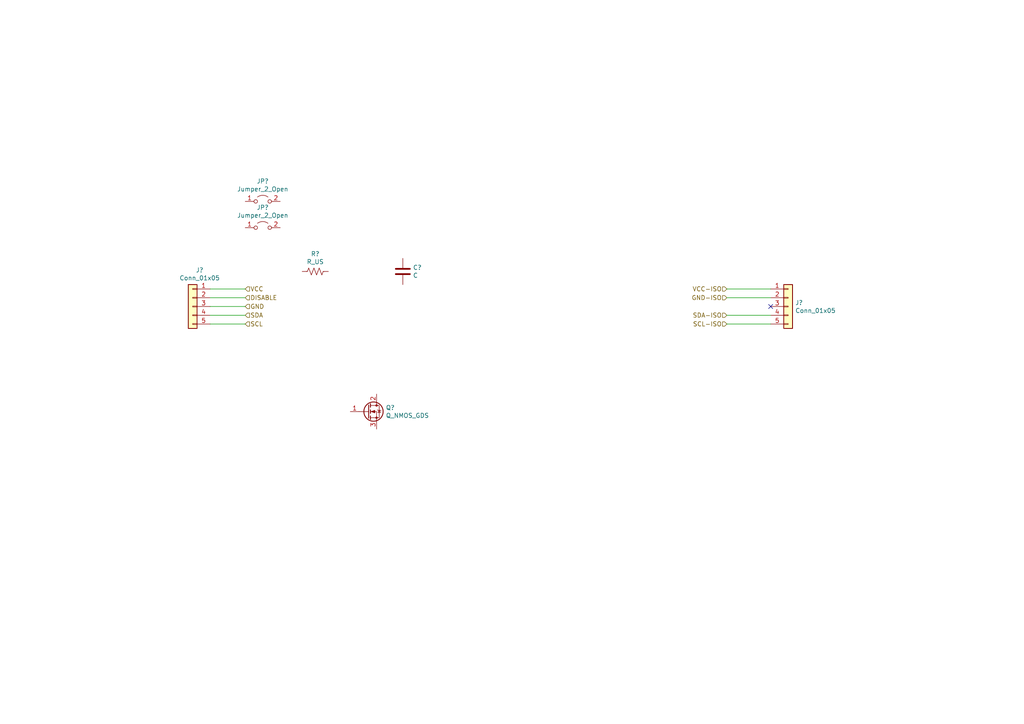
<source format=kicad_sch>
(kicad_sch (version 20200828) (generator eeschema)

  (page 0 5)

  (paper "A4")

  (lib_symbols
    (symbol "Connector_Generic:Conn_01x05" (pin_names (offset 1.016) hide) (in_bom yes) (on_board yes)
      (property "Reference" "J" (id 0) (at 0 7.62 0)
        (effects (font (size 1.27 1.27)))
      )
      (property "Value" "Conn_01x05" (id 1) (at 0 -7.62 0)
        (effects (font (size 1.27 1.27)))
      )
      (property "Footprint" "" (id 2) (at 0 0 0)
        (effects (font (size 1.27 1.27)) hide)
      )
      (property "Datasheet" "~" (id 3) (at 0 0 0)
        (effects (font (size 1.27 1.27)) hide)
      )
      (property "ki_keywords" "connector" (id 4) (at 0 0 0)
        (effects (font (size 1.27 1.27)) hide)
      )
      (property "ki_description" "Generic connector, single row, 01x05, script generated (kicad-library-utils/schlib/autogen/connector/)" (id 5) (at 0 0 0)
        (effects (font (size 1.27 1.27)) hide)
      )
      (property "ki_fp_filters" "Connector*:*_1x??_*" (id 6) (at 0 0 0)
        (effects (font (size 1.27 1.27)) hide)
      )
      (symbol "Conn_01x05_1_1"
        (rectangle (start -1.27 -4.953) (end 0 -5.207)
          (stroke (width 0.1524)) (fill (type none))
        )
        (rectangle (start -1.27 -2.413) (end 0 -2.667)
          (stroke (width 0.1524)) (fill (type none))
        )
        (rectangle (start -1.27 2.667) (end 0 2.413)
          (stroke (width 0.1524)) (fill (type none))
        )
        (rectangle (start -1.27 5.207) (end 0 4.953)
          (stroke (width 0.1524)) (fill (type none))
        )
        (rectangle (start -1.27 6.35) (end 1.27 -6.35)
          (stroke (width 0.254)) (fill (type background))
        )
        (rectangle (start -1.27 0.127) (end 0 -0.127)
          (stroke (width 0.1524)) (fill (type none))
        )
        (pin passive line (at -5.08 5.08 0) (length 3.81)
          (name "Pin_1" (effects (font (size 1.27 1.27))))
          (number "1" (effects (font (size 1.27 1.27))))
        )
        (pin passive line (at -5.08 2.54 0) (length 3.81)
          (name "Pin_2" (effects (font (size 1.27 1.27))))
          (number "2" (effects (font (size 1.27 1.27))))
        )
        (pin passive line (at -5.08 0 0) (length 3.81)
          (name "Pin_3" (effects (font (size 1.27 1.27))))
          (number "3" (effects (font (size 1.27 1.27))))
        )
        (pin passive line (at -5.08 -2.54 0) (length 3.81)
          (name "Pin_4" (effects (font (size 1.27 1.27))))
          (number "4" (effects (font (size 1.27 1.27))))
        )
        (pin passive line (at -5.08 -5.08 0) (length 3.81)
          (name "Pin_5" (effects (font (size 1.27 1.27))))
          (number "5" (effects (font (size 1.27 1.27))))
        )
      )
    )
    (symbol "Device:C" (pin_numbers hide) (pin_names (offset 0.254)) (in_bom yes) (on_board yes)
      (property "Reference" "C" (id 0) (at 0.635 2.54 0)
        (effects (font (size 1.27 1.27)) (justify left))
      )
      (property "Value" "C" (id 1) (at 0.635 -2.54 0)
        (effects (font (size 1.27 1.27)) (justify left))
      )
      (property "Footprint" "" (id 2) (at 0.9652 -3.81 0)
        (effects (font (size 1.27 1.27)) hide)
      )
      (property "Datasheet" "~" (id 3) (at 0 0 0)
        (effects (font (size 1.27 1.27)) hide)
      )
      (property "ki_keywords" "cap capacitor" (id 4) (at 0 0 0)
        (effects (font (size 1.27 1.27)) hide)
      )
      (property "ki_description" "Unpolarized capacitor" (id 5) (at 0 0 0)
        (effects (font (size 1.27 1.27)) hide)
      )
      (property "ki_fp_filters" "C_*" (id 6) (at 0 0 0)
        (effects (font (size 1.27 1.27)) hide)
      )
      (symbol "C_0_1"
        (polyline
          (pts
            (xy -2.032 -0.762)
            (xy 2.032 -0.762)
          )
          (stroke (width 0.508)) (fill (type none))
        )
        (polyline
          (pts
            (xy -2.032 0.762)
            (xy 2.032 0.762)
          )
          (stroke (width 0.508)) (fill (type none))
        )
      )
      (symbol "C_1_1"
        (pin passive line (at 0 3.81 270) (length 2.794)
          (name "~" (effects (font (size 1.27 1.27))))
          (number "1" (effects (font (size 1.27 1.27))))
        )
        (pin passive line (at 0 -3.81 90) (length 2.794)
          (name "~" (effects (font (size 1.27 1.27))))
          (number "2" (effects (font (size 1.27 1.27))))
        )
      )
    )
    (symbol "Device:Q_NMOS_GDS" (pin_names (offset 0) hide) (in_bom yes) (on_board yes)
      (property "Reference" "Q" (id 0) (at 5.08 1.27 0)
        (effects (font (size 1.27 1.27)) (justify left))
      )
      (property "Value" "Q_NMOS_GDS" (id 1) (at 5.08 -1.27 0)
        (effects (font (size 1.27 1.27)) (justify left))
      )
      (property "Footprint" "" (id 2) (at 5.08 2.54 0)
        (effects (font (size 1.27 1.27)) hide)
      )
      (property "Datasheet" "~" (id 3) (at 0 0 0)
        (effects (font (size 1.27 1.27)) hide)
      )
      (property "ki_keywords" "transistor NMOS N-MOS N-MOSFET" (id 4) (at 0 0 0)
        (effects (font (size 1.27 1.27)) hide)
      )
      (property "ki_description" "N-MOSFET transistor, gate/drain/source" (id 5) (at 0 0 0)
        (effects (font (size 1.27 1.27)) hide)
      )
      (symbol "Q_NMOS_GDS_0_1"
        (circle (center 1.651 0) (radius 2.794) (stroke (width 0.254)) (fill (type none)))
        (circle (center 2.54 -1.778) (radius 0.254) (stroke (width 0)) (fill (type outline)))
        (circle (center 2.54 1.778) (radius 0.254) (stroke (width 0)) (fill (type outline)))
        (polyline
          (pts
            (xy 0.254 0)
            (xy -2.54 0)
          )
          (stroke (width 0)) (fill (type none))
        )
        (polyline
          (pts
            (xy 0.254 1.905)
            (xy 0.254 -1.905)
          )
          (stroke (width 0.254)) (fill (type none))
        )
        (polyline
          (pts
            (xy 0.762 -1.27)
            (xy 0.762 -2.286)
          )
          (stroke (width 0.254)) (fill (type none))
        )
        (polyline
          (pts
            (xy 0.762 0.508)
            (xy 0.762 -0.508)
          )
          (stroke (width 0.254)) (fill (type none))
        )
        (polyline
          (pts
            (xy 0.762 2.286)
            (xy 0.762 1.27)
          )
          (stroke (width 0.254)) (fill (type none))
        )
        (polyline
          (pts
            (xy 2.54 2.54)
            (xy 2.54 1.778)
          )
          (stroke (width 0)) (fill (type none))
        )
        (polyline
          (pts
            (xy 2.54 -2.54)
            (xy 2.54 0)
            (xy 0.762 0)
          )
          (stroke (width 0)) (fill (type none))
        )
        (polyline
          (pts
            (xy 0.762 -1.778)
            (xy 3.302 -1.778)
            (xy 3.302 1.778)
            (xy 0.762 1.778)
          )
          (stroke (width 0)) (fill (type none))
        )
        (polyline
          (pts
            (xy 1.016 0)
            (xy 2.032 0.381)
            (xy 2.032 -0.381)
            (xy 1.016 0)
          )
          (stroke (width 0)) (fill (type outline))
        )
        (polyline
          (pts
            (xy 2.794 0.508)
            (xy 2.921 0.381)
            (xy 3.683 0.381)
            (xy 3.81 0.254)
          )
          (stroke (width 0)) (fill (type none))
        )
        (polyline
          (pts
            (xy 3.302 0.381)
            (xy 2.921 -0.254)
            (xy 3.683 -0.254)
            (xy 3.302 0.381)
          )
          (stroke (width 0)) (fill (type none))
        )
      )
      (symbol "Q_NMOS_GDS_1_1"
        (pin input line (at -5.08 0 0) (length 2.54)
          (name "G" (effects (font (size 1.27 1.27))))
          (number "1" (effects (font (size 1.27 1.27))))
        )
        (pin passive line (at 2.54 5.08 270) (length 2.54)
          (name "D" (effects (font (size 1.27 1.27))))
          (number "2" (effects (font (size 1.27 1.27))))
        )
        (pin passive line (at 2.54 -5.08 90) (length 2.54)
          (name "S" (effects (font (size 1.27 1.27))))
          (number "3" (effects (font (size 1.27 1.27))))
        )
      )
    )
    (symbol "Device:R_US" (pin_numbers hide) (pin_names (offset 0)) (in_bom yes) (on_board yes)
      (property "Reference" "R" (id 0) (at 2.54 0 90)
        (effects (font (size 1.27 1.27)))
      )
      (property "Value" "R_US" (id 1) (at -2.54 0 90)
        (effects (font (size 1.27 1.27)))
      )
      (property "Footprint" "" (id 2) (at 1.016 -0.254 90)
        (effects (font (size 1.27 1.27)) hide)
      )
      (property "Datasheet" "~" (id 3) (at 0 0 0)
        (effects (font (size 1.27 1.27)) hide)
      )
      (property "ki_keywords" "R res resistor" (id 4) (at 0 0 0)
        (effects (font (size 1.27 1.27)) hide)
      )
      (property "ki_description" "Resistor, US symbol" (id 5) (at 0 0 0)
        (effects (font (size 1.27 1.27)) hide)
      )
      (property "ki_fp_filters" "R_*" (id 6) (at 0 0 0)
        (effects (font (size 1.27 1.27)) hide)
      )
      (symbol "R_US_0_1"
        (polyline
          (pts
            (xy 0 -2.286)
            (xy 0 -2.54)
          )
          (stroke (width 0)) (fill (type none))
        )
        (polyline
          (pts
            (xy 0 2.286)
            (xy 0 2.54)
          )
          (stroke (width 0)) (fill (type none))
        )
        (polyline
          (pts
            (xy 0 -0.762)
            (xy 1.016 -1.143)
            (xy 0 -1.524)
            (xy -1.016 -1.905)
            (xy 0 -2.286)
          )
          (stroke (width 0)) (fill (type none))
        )
        (polyline
          (pts
            (xy 0 0.762)
            (xy 1.016 0.381)
            (xy 0 0)
            (xy -1.016 -0.381)
            (xy 0 -0.762)
          )
          (stroke (width 0)) (fill (type none))
        )
        (polyline
          (pts
            (xy 0 2.286)
            (xy 1.016 1.905)
            (xy 0 1.524)
            (xy -1.016 1.143)
            (xy 0 0.762)
          )
          (stroke (width 0)) (fill (type none))
        )
      )
      (symbol "R_US_1_1"
        (pin passive line (at 0 3.81 270) (length 1.27)
          (name "~" (effects (font (size 1.27 1.27))))
          (number "1" (effects (font (size 1.27 1.27))))
        )
        (pin passive line (at 0 -3.81 90) (length 1.27)
          (name "~" (effects (font (size 1.27 1.27))))
          (number "2" (effects (font (size 1.27 1.27))))
        )
      )
    )
    (symbol "Jumper:Jumper_2_Open" (pin_names (offset 0) hide) (in_bom yes) (on_board yes)
      (property "Reference" "JP" (id 0) (at 0 2.794 0)
        (effects (font (size 1.27 1.27)))
      )
      (property "Value" "Jumper_2_Open" (id 1) (at 0 -2.286 0)
        (effects (font (size 1.27 1.27)))
      )
      (property "Footprint" "" (id 2) (at 0 0 0)
        (effects (font (size 1.27 1.27)) hide)
      )
      (property "Datasheet" "~" (id 3) (at 0 0 0)
        (effects (font (size 1.27 1.27)) hide)
      )
      (property "ki_keywords" "Jumper SPST" (id 4) (at 0 0 0)
        (effects (font (size 1.27 1.27)) hide)
      )
      (property "ki_description" "Jumper, 2-pole, open" (id 5) (at 0 0 0)
        (effects (font (size 1.27 1.27)) hide)
      )
      (property "ki_fp_filters" "Jumper* TestPoint*2Pads* TestPoint*Bridge*" (id 6) (at 0 0 0)
        (effects (font (size 1.27 1.27)) hide)
      )
      (symbol "Jumper_2_Open_0_1"
        (arc (start -1.524 1.27) (end 1.524 1.27) (radius (at 0 -0.762) (length 2.54) (angles 126.9 53.1))
          (stroke (width 0)) (fill (type none))
        )
      )
      (symbol "Jumper_2_Open_0_0"
        (circle (center -2.032 0) (radius 0.508) (stroke (width 0)) (fill (type none)))
        (circle (center 2.032 0) (radius 0.508) (stroke (width 0)) (fill (type none)))
      )
      (symbol "Jumper_2_Open_1_1"
        (pin passive line (at -5.08 0 0) (length 2.54)
          (name "A" (effects (font (size 1.27 1.27))))
          (number "1" (effects (font (size 1.27 1.27))))
        )
        (pin passive line (at 5.08 0 180) (length 2.54)
          (name "B" (effects (font (size 1.27 1.27))))
          (number "2" (effects (font (size 1.27 1.27))))
        )
      )
    )
  )


  (no_connect (at 223.52 88.9))

  (wire (pts (xy 60.96 83.82) (xy 71.12 83.82))
    (stroke (width 0) (type solid) (color 0 0 0 0))
  )
  (wire (pts (xy 60.96 86.36) (xy 71.12 86.36))
    (stroke (width 0) (type solid) (color 0 0 0 0))
  )
  (wire (pts (xy 60.96 88.9) (xy 71.12 88.9))
    (stroke (width 0) (type solid) (color 0 0 0 0))
  )
  (wire (pts (xy 60.96 91.44) (xy 71.12 91.44))
    (stroke (width 0) (type solid) (color 0 0 0 0))
  )
  (wire (pts (xy 60.96 93.98) (xy 71.12 93.98))
    (stroke (width 0) (type solid) (color 0 0 0 0))
  )
  (wire (pts (xy 210.82 83.82) (xy 223.52 83.82))
    (stroke (width 0) (type solid) (color 0 0 0 0))
  )
  (wire (pts (xy 210.82 86.36) (xy 223.52 86.36))
    (stroke (width 0) (type solid) (color 0 0 0 0))
  )
  (wire (pts (xy 210.82 91.44) (xy 223.52 91.44))
    (stroke (width 0) (type solid) (color 0 0 0 0))
  )
  (wire (pts (xy 210.82 93.98) (xy 223.52 93.98))
    (stroke (width 0) (type solid) (color 0 0 0 0))
  )

  (hierarchical_label "VCC" (shape input) (at 71.12 83.82 0)
    (effects (font (size 1.27 1.27)) (justify left))
  )
  (hierarchical_label "DISABLE" (shape input) (at 71.12 86.36 0)
    (effects (font (size 1.27 1.27)) (justify left))
  )
  (hierarchical_label "GND" (shape input) (at 71.12 88.9 0)
    (effects (font (size 1.27 1.27)) (justify left))
  )
  (hierarchical_label "SDA" (shape input) (at 71.12 91.44 0)
    (effects (font (size 1.27 1.27)) (justify left))
  )
  (hierarchical_label "SCL" (shape input) (at 71.12 93.98 0)
    (effects (font (size 1.27 1.27)) (justify left))
  )
  (hierarchical_label "VCC-ISO" (shape input) (at 210.82 83.82 180)
    (effects (font (size 1.27 1.27)) (justify right))
  )
  (hierarchical_label "GND-ISO" (shape input) (at 210.82 86.36 180)
    (effects (font (size 1.27 1.27)) (justify right))
  )
  (hierarchical_label "SDA-ISO" (shape input) (at 210.82 91.44 180)
    (effects (font (size 1.27 1.27)) (justify right))
  )
  (hierarchical_label "SCL-ISO" (shape input) (at 210.82 93.98 180)
    (effects (font (size 1.27 1.27)) (justify right))
  )

  (symbol (lib_id "Device:R_US") (at 91.44 78.74 90)
    (in_bom yes) (on_board yes)
    (uuid "e8d903f7-082b-467f-9d55-6207cb91d65c")
    (property "Reference" "R?" (id 0) (at 91.44 73.6408 90))
    (property "Value" "R_US" (id 1) (at 91.44 75.9395 90))
    (property "Footprint" "" (id 2) (at 91.694 77.724 90)
      (effects (font (size 1.27 1.27)) hide)
    )
    (property "Datasheet" "~" (id 3) (at 91.44 78.74 0)
      (effects (font (size 1.27 1.27)) hide)
    )
  )

  (symbol (lib_id "Jumper:Jumper_2_Open") (at 76.2 58.42 0)
    (in_bom yes) (on_board yes)
    (uuid "aae41373-ead9-4a86-8725-83f6057256da")
    (property "Reference" "JP?" (id 0) (at 76.2 52.5588 0))
    (property "Value" "Jumper_2_Open" (id 1) (at 76.2 54.8575 0))
    (property "Footprint" "" (id 2) (at 76.2 58.42 0)
      (effects (font (size 1.27 1.27)) hide)
    )
    (property "Datasheet" "~" (id 3) (at 76.2 58.42 0)
      (effects (font (size 1.27 1.27)) hide)
    )
  )

  (symbol (lib_id "Jumper:Jumper_2_Open") (at 76.2 66.04 0)
    (in_bom yes) (on_board yes)
    (uuid "575e88ca-2e35-4fc1-b047-a431d27cb62f")
    (property "Reference" "JP?" (id 0) (at 76.2 60.1788 0))
    (property "Value" "Jumper_2_Open" (id 1) (at 76.2 62.4775 0))
    (property "Footprint" "" (id 2) (at 76.2 66.04 0)
      (effects (font (size 1.27 1.27)) hide)
    )
    (property "Datasheet" "~" (id 3) (at 76.2 66.04 0)
      (effects (font (size 1.27 1.27)) hide)
    )
  )

  (symbol (lib_id "Device:C") (at 116.84 78.74 0)
    (in_bom yes) (on_board yes)
    (uuid "50c2e1ab-7613-42b8-b06e-7616b043db94")
    (property "Reference" "C?" (id 0) (at 119.7611 77.5906 0)
      (effects (font (size 1.27 1.27)) (justify left))
    )
    (property "Value" "C" (id 1) (at 119.7611 79.8893 0)
      (effects (font (size 1.27 1.27)) (justify left))
    )
    (property "Footprint" "" (id 2) (at 117.8052 82.55 0)
      (effects (font (size 1.27 1.27)) hide)
    )
    (property "Datasheet" "~" (id 3) (at 116.84 78.74 0)
      (effects (font (size 1.27 1.27)) hide)
    )
  )

  (symbol (lib_id "Connector_Generic:Conn_01x05") (at 55.88 88.9 0) (mirror y)
    (in_bom yes) (on_board yes)
    (uuid "641ec2db-83c7-4e45-bf5b-3e86a9e7383d")
    (property "Reference" "J?" (id 0) (at 57.912 78.3398 0))
    (property "Value" "Conn_01x05" (id 1) (at 57.912 80.6385 0))
    (property "Footprint" "" (id 2) (at 55.88 88.9 0)
      (effects (font (size 1.27 1.27)) hide)
    )
    (property "Datasheet" "~" (id 3) (at 55.88 88.9 0)
      (effects (font (size 1.27 1.27)) hide)
    )
  )

  (symbol (lib_id "Connector_Generic:Conn_01x05") (at 228.6 88.9 0)
    (in_bom yes) (on_board yes)
    (uuid "e7ef3f4e-e185-4c8e-a7a5-d8104ebf66e3")
    (property "Reference" "J?" (id 0) (at 230.6321 87.8014 0)
      (effects (font (size 1.27 1.27)) (justify left))
    )
    (property "Value" "Conn_01x05" (id 1) (at 230.6321 90.1001 0)
      (effects (font (size 1.27 1.27)) (justify left))
    )
    (property "Footprint" "" (id 2) (at 228.6 88.9 0)
      (effects (font (size 1.27 1.27)) hide)
    )
    (property "Datasheet" "~" (id 3) (at 228.6 88.9 0)
      (effects (font (size 1.27 1.27)) hide)
    )
  )

  (symbol (lib_id "Device:Q_NMOS_GDS") (at 106.68 119.38 0)
    (in_bom yes) (on_board yes)
    (uuid "02ad1adf-25a9-484e-a57b-b1e110cbd984")
    (property "Reference" "Q?" (id 0) (at 111.8871 118.2306 0)
      (effects (font (size 1.27 1.27)) (justify left))
    )
    (property "Value" "Q_NMOS_GDS" (id 1) (at 111.8871 120.5293 0)
      (effects (font (size 1.27 1.27)) (justify left))
    )
    (property "Footprint" "" (id 2) (at 111.76 116.84 0)
      (effects (font (size 1.27 1.27)) hide)
    )
    (property "Datasheet" "~" (id 3) (at 106.68 119.38 0)
      (effects (font (size 1.27 1.27)) hide)
    )
  )
)

</source>
